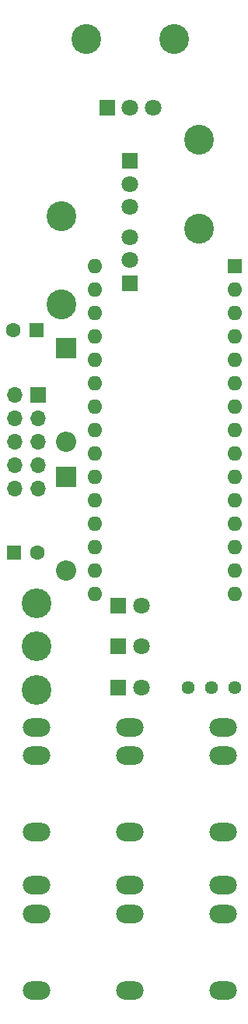
<source format=gbr>
%TF.GenerationSoftware,KiCad,Pcbnew,(5.99.0-10138-g1fe0c6d870)*%
%TF.CreationDate,2021-07-23T13:07:48+01:00*%
%TF.ProjectId,Hagiwo DCO,48616769-776f-4204-9443-4f2e6b696361,rev?*%
%TF.SameCoordinates,Original*%
%TF.FileFunction,Soldermask,Top*%
%TF.FilePolarity,Negative*%
%FSLAX46Y46*%
G04 Gerber Fmt 4.6, Leading zero omitted, Abs format (unit mm)*
G04 Created by KiCad (PCBNEW (5.99.0-10138-g1fe0c6d870)) date 2021-07-23 13:07:48*
%MOMM*%
%LPD*%
G01*
G04 APERTURE LIST*
%ADD10R,1.800000X1.800000*%
%ADD11C,1.800000*%
%ADD12C,3.240000*%
%ADD13C,3.230000*%
%ADD14R,2.200000X2.200000*%
%ADD15O,2.200000X2.200000*%
%ADD16O,3.000000X2.000000*%
%ADD17R,1.600000X1.600000*%
%ADD18C,1.600000*%
%ADD19C,1.440000*%
%ADD20O,1.600000X1.600000*%
%ADD21R,1.700000X1.700000*%
%ADD22O,1.700000X1.700000*%
G04 APERTURE END LIST*
D10*
%TO.C,Parameter1*%
X111135000Y-76795000D03*
D11*
X111135000Y-74295000D03*
X111135000Y-71795000D03*
D12*
X103635000Y-69495000D03*
X103635000Y-79095000D03*
%TD*%
D13*
%TO.C,SW1*%
X100965000Y-111505000D03*
X100965000Y-116205000D03*
X100965000Y-120905000D03*
%TD*%
D14*
%TO.C,D5*%
X104140000Y-97790000D03*
D15*
X104140000Y-107950000D03*
%TD*%
D16*
%TO.C,J3*%
X100965000Y-124965000D03*
X100965000Y-128065000D03*
X100965000Y-136365000D03*
%TD*%
D14*
%TO.C,D4*%
X104140000Y-83820000D03*
D15*
X104140000Y-93980000D03*
%TD*%
D10*
%TO.C,D3*%
X109855000Y-120650000D03*
D11*
X112395000Y-120650000D03*
%TD*%
D10*
%TO.C,Frequency1*%
X108625000Y-57795000D03*
D11*
X111125000Y-57795000D03*
X113625000Y-57795000D03*
D12*
X106325000Y-50295000D03*
X115925000Y-50295000D03*
%TD*%
D16*
%TO.C,J4*%
X111125000Y-124965000D03*
X111125000Y-128065000D03*
X111125000Y-136365000D03*
%TD*%
D10*
%TO.C,D2*%
X109855000Y-116205000D03*
D11*
X112395000Y-116205000D03*
%TD*%
D10*
%TO.C,Parameter2*%
X111115000Y-63540000D03*
D11*
X111115000Y-66040000D03*
X111115000Y-68540000D03*
D12*
X118615000Y-70840000D03*
X118615000Y-61240000D03*
%TD*%
D10*
%TO.C,D1*%
X109850000Y-111760000D03*
D11*
X112390000Y-111760000D03*
%TD*%
D16*
%TO.C,J5*%
X111125000Y-142110000D03*
X111125000Y-145210000D03*
X111125000Y-153510000D03*
%TD*%
%TO.C,J7*%
X100965000Y-142110000D03*
X100965000Y-145210000D03*
X100965000Y-153510000D03*
%TD*%
%TO.C,J2*%
X121285000Y-142110000D03*
X121285000Y-145210000D03*
X121285000Y-153510000D03*
%TD*%
%TO.C,J6*%
X121285000Y-124965000D03*
X121285000Y-128065000D03*
X121285000Y-136365000D03*
%TD*%
D17*
%TO.C,C1*%
X100900113Y-81915000D03*
D18*
X98400113Y-81915000D03*
%TD*%
D19*
%TO.C,RV1*%
X117465000Y-120650000D03*
X120005000Y-120650000D03*
X122545000Y-120650000D03*
%TD*%
D17*
%TO.C,A1*%
X122545000Y-74930000D03*
D20*
X122545000Y-77470000D03*
X122545000Y-80010000D03*
X122545000Y-82550000D03*
X122545000Y-85090000D03*
X122545000Y-87630000D03*
X122545000Y-90170000D03*
X122545000Y-92710000D03*
X122545000Y-95250000D03*
X122545000Y-97790000D03*
X122545000Y-100330000D03*
X122545000Y-102870000D03*
X122545000Y-105410000D03*
X122545000Y-107950000D03*
X122545000Y-110490000D03*
X107305000Y-110490000D03*
X107305000Y-107950000D03*
X107305000Y-105410000D03*
X107305000Y-102870000D03*
X107305000Y-100330000D03*
X107305000Y-97790000D03*
X107305000Y-95250000D03*
X107305000Y-92710000D03*
X107305000Y-90170000D03*
X107305000Y-87630000D03*
X107305000Y-85090000D03*
X107305000Y-82550000D03*
X107305000Y-80010000D03*
X107305000Y-77470000D03*
X107305000Y-74930000D03*
%TD*%
D21*
%TO.C,J1*%
X101082500Y-88900000D03*
D22*
X98542500Y-88900000D03*
X101082500Y-91440000D03*
X98542500Y-91440000D03*
X101082500Y-93980000D03*
X98542500Y-93980000D03*
X101082500Y-96520000D03*
X98542500Y-96520000D03*
X101082500Y-99060000D03*
X98542500Y-99060000D03*
%TD*%
D17*
%TO.C,C2*%
X98489888Y-106045000D03*
D18*
X100989888Y-106045000D03*
%TD*%
M02*

</source>
